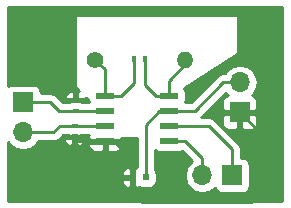
<source format=gbr>
G04 #@! TF.FileFunction,Copper,L1,Top,Signal*
%FSLAX46Y46*%
G04 Gerber Fmt 4.6, Leading zero omitted, Abs format (unit mm)*
G04 Created by KiCad (PCBNEW 4.0.6) date 11/05/17 19:48:39*
%MOMM*%
%LPD*%
G01*
G04 APERTURE LIST*
%ADD10C,0.100000*%
%ADD11R,0.600000X0.400000*%
%ADD12R,1.700000X1.700000*%
%ADD13O,1.700000X1.700000*%
%ADD14R,1.550000X0.600000*%
%ADD15C,1.400000*%
%ADD16O,1.400000X1.400000*%
%ADD17R,0.400000X0.600000*%
%ADD18R,0.600000X0.500000*%
%ADD19C,0.600000*%
%ADD20C,0.250000*%
%ADD21C,0.254000*%
G04 APERTURE END LIST*
D10*
D11*
X132430000Y-86240000D03*
X132430000Y-85340000D03*
X132510000Y-83190000D03*
X132510000Y-84090000D03*
D12*
X145770000Y-89540000D03*
D13*
X143230000Y-89540000D03*
D12*
X146420000Y-84200000D03*
D13*
X146420000Y-81660000D03*
D12*
X128080000Y-83350000D03*
D13*
X128080000Y-85890000D03*
D14*
X135010000Y-85355000D03*
X135010000Y-82815000D03*
X135010000Y-84085000D03*
X135010000Y-86625000D03*
X140410000Y-86625000D03*
X140410000Y-85355000D03*
X140410000Y-84085000D03*
X140410000Y-82815000D03*
D15*
X134200000Y-79740000D03*
D16*
X141820000Y-79740000D03*
D17*
X137490000Y-79660000D03*
X138390000Y-79660000D03*
D18*
X137340000Y-89710000D03*
X138440000Y-89710000D03*
D19*
X131420000Y-81300000D03*
D20*
X137340000Y-89710000D02*
X137340000Y-90960000D01*
X148670000Y-86450000D02*
X146420000Y-84200000D01*
X148670000Y-90440000D02*
X148670000Y-86450000D01*
X147360000Y-91750000D02*
X148670000Y-90440000D01*
X138130000Y-91750000D02*
X147360000Y-91750000D01*
X137340000Y-90960000D02*
X138130000Y-91750000D01*
X132510000Y-83190000D02*
X132510000Y-82390000D01*
X132510000Y-82390000D02*
X131420000Y-81300000D01*
X135010000Y-86625000D02*
X132815000Y-86625000D01*
X132815000Y-86625000D02*
X132430000Y-86240000D01*
X137340000Y-89710000D02*
X137340000Y-88200000D01*
X137340000Y-88200000D02*
X135765000Y-86625000D01*
X135765000Y-86625000D02*
X135010000Y-86625000D01*
X146420000Y-81660000D02*
X145020000Y-81660000D01*
X142595000Y-84085000D02*
X140410000Y-84085000D01*
X145020000Y-81660000D02*
X142595000Y-84085000D01*
X140410000Y-84085000D02*
X139615000Y-84085000D01*
X138440000Y-85260000D02*
X138440000Y-89710000D01*
X139615000Y-84085000D02*
X138440000Y-85260000D01*
X132510000Y-84090000D02*
X133020000Y-84090000D01*
X133020000Y-84090000D02*
X133015000Y-84085000D01*
X135010000Y-84085000D02*
X133015000Y-84085000D01*
X133015000Y-84085000D02*
X131125000Y-84085000D01*
X130390000Y-83350000D02*
X128080000Y-83350000D01*
X131125000Y-84085000D02*
X130390000Y-83350000D01*
X132430000Y-85340000D02*
X134995000Y-85340000D01*
X134995000Y-85340000D02*
X135010000Y-85355000D01*
X132430000Y-85340000D02*
X132180000Y-85340000D01*
X132180000Y-85340000D02*
X132165000Y-85355000D01*
X132165000Y-85355000D02*
X132430000Y-85340000D01*
X128080000Y-85890000D02*
X130620000Y-85890000D01*
X131155000Y-85355000D02*
X135010000Y-85355000D01*
X130620000Y-85890000D02*
X131155000Y-85355000D01*
X145770000Y-89540000D02*
X145770000Y-87330000D01*
X143795000Y-85355000D02*
X140410000Y-85355000D01*
X145770000Y-87330000D02*
X143795000Y-85355000D01*
X140410000Y-86625000D02*
X141795000Y-86625000D01*
X143230000Y-88060000D02*
X143230000Y-89540000D01*
X141795000Y-86625000D02*
X143230000Y-88060000D01*
X135010000Y-82815000D02*
X135010000Y-80550000D01*
X135010000Y-80550000D02*
X134200000Y-79740000D01*
X135010000Y-82815000D02*
X136375000Y-82815000D01*
X137490000Y-81700000D02*
X137490000Y-79660000D01*
X136375000Y-82815000D02*
X137490000Y-81700000D01*
X141820000Y-79740000D02*
X141820000Y-80140000D01*
X141820000Y-80140000D02*
X140410000Y-81550000D01*
X140410000Y-81550000D02*
X140410000Y-82815000D01*
X140410000Y-82815000D02*
X139315000Y-82815000D01*
X138390000Y-81890000D02*
X138390000Y-79660000D01*
X139315000Y-82815000D02*
X138390000Y-81890000D01*
D21*
G36*
X150030000Y-91740000D02*
X126830000Y-91740000D01*
X126830000Y-89993750D01*
X136405000Y-89993750D01*
X136405000Y-90086310D01*
X136501673Y-90319699D01*
X136680302Y-90498327D01*
X136913691Y-90595000D01*
X137054250Y-90595000D01*
X137213000Y-90436250D01*
X137213000Y-89835000D01*
X136563750Y-89835000D01*
X136405000Y-89993750D01*
X126830000Y-89993750D01*
X126830000Y-89333690D01*
X136405000Y-89333690D01*
X136405000Y-89426250D01*
X136563750Y-89585000D01*
X137213000Y-89585000D01*
X137213000Y-88983750D01*
X137054250Y-88825000D01*
X136913691Y-88825000D01*
X136680302Y-88921673D01*
X136501673Y-89100301D01*
X136405000Y-89333690D01*
X126830000Y-89333690D01*
X126830000Y-86684354D01*
X127000853Y-86940054D01*
X127482622Y-87261961D01*
X128050907Y-87375000D01*
X128109093Y-87375000D01*
X128677378Y-87261961D01*
X129159147Y-86940054D01*
X129352954Y-86650000D01*
X130620000Y-86650000D01*
X130910839Y-86592148D01*
X131050619Y-86498750D01*
X131495000Y-86498750D01*
X131495000Y-86566309D01*
X131591673Y-86799698D01*
X131770301Y-86978327D01*
X132003690Y-87075000D01*
X132144250Y-87075000D01*
X132303000Y-86916250D01*
X132303000Y-86340000D01*
X132557000Y-86340000D01*
X132557000Y-86916250D01*
X132715750Y-87075000D01*
X132856310Y-87075000D01*
X133089699Y-86978327D01*
X133157275Y-86910750D01*
X133600000Y-86910750D01*
X133600000Y-87051310D01*
X133696673Y-87284699D01*
X133875302Y-87463327D01*
X134108691Y-87560000D01*
X134724250Y-87560000D01*
X134883000Y-87401250D01*
X134883000Y-86752000D01*
X135137000Y-86752000D01*
X135137000Y-87401250D01*
X135295750Y-87560000D01*
X135911309Y-87560000D01*
X136144698Y-87463327D01*
X136323327Y-87284699D01*
X136420000Y-87051310D01*
X136420000Y-86910750D01*
X136261250Y-86752000D01*
X135137000Y-86752000D01*
X134883000Y-86752000D01*
X133758750Y-86752000D01*
X133600000Y-86910750D01*
X133157275Y-86910750D01*
X133268327Y-86799698D01*
X133365000Y-86566309D01*
X133365000Y-86498750D01*
X133206250Y-86340000D01*
X132557000Y-86340000D01*
X132303000Y-86340000D01*
X131653750Y-86340000D01*
X131495000Y-86498750D01*
X131050619Y-86498750D01*
X131157401Y-86427401D01*
X131469802Y-86115000D01*
X131628750Y-86115000D01*
X131653750Y-86140000D01*
X131895734Y-86140000D01*
X132130000Y-86187440D01*
X132730000Y-86187440D01*
X132965317Y-86143162D01*
X132970231Y-86140000D01*
X133206250Y-86140000D01*
X133231250Y-86115000D01*
X133634666Y-86115000D01*
X133600000Y-86198690D01*
X133600000Y-86339250D01*
X133758750Y-86498000D01*
X134883000Y-86498000D01*
X134883000Y-86478000D01*
X135137000Y-86478000D01*
X135137000Y-86498000D01*
X136261250Y-86498000D01*
X136406870Y-86352380D01*
X137680000Y-86365877D01*
X137680000Y-88825000D01*
X137625750Y-88825000D01*
X137467000Y-88983750D01*
X137467000Y-89585000D01*
X137487000Y-89585000D01*
X137487000Y-89835000D01*
X137467000Y-89835000D01*
X137467000Y-90436250D01*
X137625750Y-90595000D01*
X137766309Y-90595000D01*
X137877283Y-90549033D01*
X137888110Y-90556431D01*
X138140000Y-90607440D01*
X138740000Y-90607440D01*
X138975317Y-90563162D01*
X139191441Y-90424090D01*
X139336431Y-90211890D01*
X139387440Y-89960000D01*
X139387440Y-89460000D01*
X139343162Y-89224683D01*
X139204090Y-89008559D01*
X139200000Y-89005764D01*
X139200000Y-87396317D01*
X139383110Y-87521431D01*
X139635000Y-87572440D01*
X141185000Y-87572440D01*
X141420317Y-87528162D01*
X141543861Y-87448663D01*
X142405405Y-88310207D01*
X142179946Y-88460853D01*
X141858039Y-88942622D01*
X141745000Y-89510907D01*
X141745000Y-89569093D01*
X141858039Y-90137378D01*
X142179946Y-90619147D01*
X142661715Y-90941054D01*
X143230000Y-91054093D01*
X143798285Y-90941054D01*
X144280054Y-90619147D01*
X144307850Y-90577548D01*
X144316838Y-90625317D01*
X144455910Y-90841441D01*
X144668110Y-90986431D01*
X144920000Y-91037440D01*
X146620000Y-91037440D01*
X146855317Y-90993162D01*
X147071441Y-90854090D01*
X147216431Y-90641890D01*
X147267440Y-90390000D01*
X147267440Y-88690000D01*
X147223162Y-88454683D01*
X147084090Y-88238559D01*
X146871890Y-88093569D01*
X146620000Y-88042560D01*
X146530000Y-88042560D01*
X146530000Y-87330000D01*
X146472148Y-87039161D01*
X146307401Y-86792599D01*
X144332401Y-84817599D01*
X144085839Y-84652852D01*
X143795000Y-84595000D01*
X143159802Y-84595000D01*
X143269052Y-84485750D01*
X144935000Y-84485750D01*
X144935000Y-85176310D01*
X145031673Y-85409699D01*
X145210302Y-85588327D01*
X145443691Y-85685000D01*
X146134250Y-85685000D01*
X146293000Y-85526250D01*
X146293000Y-84327000D01*
X146547000Y-84327000D01*
X146547000Y-85526250D01*
X146705750Y-85685000D01*
X147396309Y-85685000D01*
X147629698Y-85588327D01*
X147808327Y-85409699D01*
X147905000Y-85176310D01*
X147905000Y-84485750D01*
X147746250Y-84327000D01*
X146547000Y-84327000D01*
X146293000Y-84327000D01*
X145093750Y-84327000D01*
X144935000Y-84485750D01*
X143269052Y-84485750D01*
X145222250Y-82532552D01*
X145340853Y-82710054D01*
X145384777Y-82739403D01*
X145210302Y-82811673D01*
X145031673Y-82990301D01*
X144935000Y-83223690D01*
X144935000Y-83914250D01*
X145093750Y-84073000D01*
X146293000Y-84073000D01*
X146293000Y-84053000D01*
X146547000Y-84053000D01*
X146547000Y-84073000D01*
X147746250Y-84073000D01*
X147905000Y-83914250D01*
X147905000Y-83223690D01*
X147808327Y-82990301D01*
X147629698Y-82811673D01*
X147455223Y-82739403D01*
X147499147Y-82710054D01*
X147821054Y-82228285D01*
X147934093Y-81660000D01*
X147821054Y-81091715D01*
X147499147Y-80609946D01*
X147017378Y-80288039D01*
X146449093Y-80175000D01*
X146390907Y-80175000D01*
X145822622Y-80288039D01*
X145340853Y-80609946D01*
X145147046Y-80900000D01*
X145020000Y-80900000D01*
X144729161Y-80957852D01*
X144482599Y-81122599D01*
X142280198Y-83325000D01*
X141789914Y-83325000D01*
X141832440Y-83115000D01*
X141832440Y-82515000D01*
X141788162Y-82279683D01*
X141717092Y-82169237D01*
X146219319Y-79236413D01*
X146266994Y-79179410D01*
X146277000Y-79130000D01*
X146277000Y-76080000D01*
X146268315Y-76033841D01*
X146241035Y-75991447D01*
X146199410Y-75963006D01*
X146150000Y-75953000D01*
X132600000Y-75953000D01*
X132553841Y-75961685D01*
X132511447Y-75988965D01*
X132483006Y-76030590D01*
X132473000Y-76080000D01*
X132473000Y-82030000D01*
X132482334Y-82077789D01*
X132510197Y-82119803D01*
X132770572Y-82380178D01*
X132637000Y-82513750D01*
X132637000Y-83090000D01*
X133286250Y-83090000D01*
X133383322Y-82992928D01*
X133410197Y-83019803D01*
X133450590Y-83046994D01*
X133500000Y-83057000D01*
X133587560Y-83057000D01*
X133587560Y-83115000D01*
X133627074Y-83325000D01*
X133321250Y-83325000D01*
X133286250Y-83290000D01*
X133044266Y-83290000D01*
X132810000Y-83242560D01*
X132210000Y-83242560D01*
X131974683Y-83286838D01*
X131969769Y-83290000D01*
X131733750Y-83290000D01*
X131698750Y-83325000D01*
X131439802Y-83325000D01*
X130978493Y-82863691D01*
X131575000Y-82863691D01*
X131575000Y-82931250D01*
X131733750Y-83090000D01*
X132383000Y-83090000D01*
X132383000Y-82513750D01*
X132224250Y-82355000D01*
X132083690Y-82355000D01*
X131850301Y-82451673D01*
X131671673Y-82630302D01*
X131575000Y-82863691D01*
X130978493Y-82863691D01*
X130927401Y-82812599D01*
X130680839Y-82647852D01*
X130390000Y-82590000D01*
X129577440Y-82590000D01*
X129577440Y-82500000D01*
X129533162Y-82264683D01*
X129394090Y-82048559D01*
X129181890Y-81903569D01*
X128930000Y-81852560D01*
X127230000Y-81852560D01*
X126994683Y-81896838D01*
X126830000Y-82002809D01*
X126830000Y-75250000D01*
X150030000Y-75250000D01*
X150030000Y-91740000D01*
X150030000Y-91740000D01*
G37*
X150030000Y-91740000D02*
X126830000Y-91740000D01*
X126830000Y-89993750D01*
X136405000Y-89993750D01*
X136405000Y-90086310D01*
X136501673Y-90319699D01*
X136680302Y-90498327D01*
X136913691Y-90595000D01*
X137054250Y-90595000D01*
X137213000Y-90436250D01*
X137213000Y-89835000D01*
X136563750Y-89835000D01*
X136405000Y-89993750D01*
X126830000Y-89993750D01*
X126830000Y-89333690D01*
X136405000Y-89333690D01*
X136405000Y-89426250D01*
X136563750Y-89585000D01*
X137213000Y-89585000D01*
X137213000Y-88983750D01*
X137054250Y-88825000D01*
X136913691Y-88825000D01*
X136680302Y-88921673D01*
X136501673Y-89100301D01*
X136405000Y-89333690D01*
X126830000Y-89333690D01*
X126830000Y-86684354D01*
X127000853Y-86940054D01*
X127482622Y-87261961D01*
X128050907Y-87375000D01*
X128109093Y-87375000D01*
X128677378Y-87261961D01*
X129159147Y-86940054D01*
X129352954Y-86650000D01*
X130620000Y-86650000D01*
X130910839Y-86592148D01*
X131050619Y-86498750D01*
X131495000Y-86498750D01*
X131495000Y-86566309D01*
X131591673Y-86799698D01*
X131770301Y-86978327D01*
X132003690Y-87075000D01*
X132144250Y-87075000D01*
X132303000Y-86916250D01*
X132303000Y-86340000D01*
X132557000Y-86340000D01*
X132557000Y-86916250D01*
X132715750Y-87075000D01*
X132856310Y-87075000D01*
X133089699Y-86978327D01*
X133157275Y-86910750D01*
X133600000Y-86910750D01*
X133600000Y-87051310D01*
X133696673Y-87284699D01*
X133875302Y-87463327D01*
X134108691Y-87560000D01*
X134724250Y-87560000D01*
X134883000Y-87401250D01*
X134883000Y-86752000D01*
X135137000Y-86752000D01*
X135137000Y-87401250D01*
X135295750Y-87560000D01*
X135911309Y-87560000D01*
X136144698Y-87463327D01*
X136323327Y-87284699D01*
X136420000Y-87051310D01*
X136420000Y-86910750D01*
X136261250Y-86752000D01*
X135137000Y-86752000D01*
X134883000Y-86752000D01*
X133758750Y-86752000D01*
X133600000Y-86910750D01*
X133157275Y-86910750D01*
X133268327Y-86799698D01*
X133365000Y-86566309D01*
X133365000Y-86498750D01*
X133206250Y-86340000D01*
X132557000Y-86340000D01*
X132303000Y-86340000D01*
X131653750Y-86340000D01*
X131495000Y-86498750D01*
X131050619Y-86498750D01*
X131157401Y-86427401D01*
X131469802Y-86115000D01*
X131628750Y-86115000D01*
X131653750Y-86140000D01*
X131895734Y-86140000D01*
X132130000Y-86187440D01*
X132730000Y-86187440D01*
X132965317Y-86143162D01*
X132970231Y-86140000D01*
X133206250Y-86140000D01*
X133231250Y-86115000D01*
X133634666Y-86115000D01*
X133600000Y-86198690D01*
X133600000Y-86339250D01*
X133758750Y-86498000D01*
X134883000Y-86498000D01*
X134883000Y-86478000D01*
X135137000Y-86478000D01*
X135137000Y-86498000D01*
X136261250Y-86498000D01*
X136406870Y-86352380D01*
X137680000Y-86365877D01*
X137680000Y-88825000D01*
X137625750Y-88825000D01*
X137467000Y-88983750D01*
X137467000Y-89585000D01*
X137487000Y-89585000D01*
X137487000Y-89835000D01*
X137467000Y-89835000D01*
X137467000Y-90436250D01*
X137625750Y-90595000D01*
X137766309Y-90595000D01*
X137877283Y-90549033D01*
X137888110Y-90556431D01*
X138140000Y-90607440D01*
X138740000Y-90607440D01*
X138975317Y-90563162D01*
X139191441Y-90424090D01*
X139336431Y-90211890D01*
X139387440Y-89960000D01*
X139387440Y-89460000D01*
X139343162Y-89224683D01*
X139204090Y-89008559D01*
X139200000Y-89005764D01*
X139200000Y-87396317D01*
X139383110Y-87521431D01*
X139635000Y-87572440D01*
X141185000Y-87572440D01*
X141420317Y-87528162D01*
X141543861Y-87448663D01*
X142405405Y-88310207D01*
X142179946Y-88460853D01*
X141858039Y-88942622D01*
X141745000Y-89510907D01*
X141745000Y-89569093D01*
X141858039Y-90137378D01*
X142179946Y-90619147D01*
X142661715Y-90941054D01*
X143230000Y-91054093D01*
X143798285Y-90941054D01*
X144280054Y-90619147D01*
X144307850Y-90577548D01*
X144316838Y-90625317D01*
X144455910Y-90841441D01*
X144668110Y-90986431D01*
X144920000Y-91037440D01*
X146620000Y-91037440D01*
X146855317Y-90993162D01*
X147071441Y-90854090D01*
X147216431Y-90641890D01*
X147267440Y-90390000D01*
X147267440Y-88690000D01*
X147223162Y-88454683D01*
X147084090Y-88238559D01*
X146871890Y-88093569D01*
X146620000Y-88042560D01*
X146530000Y-88042560D01*
X146530000Y-87330000D01*
X146472148Y-87039161D01*
X146307401Y-86792599D01*
X144332401Y-84817599D01*
X144085839Y-84652852D01*
X143795000Y-84595000D01*
X143159802Y-84595000D01*
X143269052Y-84485750D01*
X144935000Y-84485750D01*
X144935000Y-85176310D01*
X145031673Y-85409699D01*
X145210302Y-85588327D01*
X145443691Y-85685000D01*
X146134250Y-85685000D01*
X146293000Y-85526250D01*
X146293000Y-84327000D01*
X146547000Y-84327000D01*
X146547000Y-85526250D01*
X146705750Y-85685000D01*
X147396309Y-85685000D01*
X147629698Y-85588327D01*
X147808327Y-85409699D01*
X147905000Y-85176310D01*
X147905000Y-84485750D01*
X147746250Y-84327000D01*
X146547000Y-84327000D01*
X146293000Y-84327000D01*
X145093750Y-84327000D01*
X144935000Y-84485750D01*
X143269052Y-84485750D01*
X145222250Y-82532552D01*
X145340853Y-82710054D01*
X145384777Y-82739403D01*
X145210302Y-82811673D01*
X145031673Y-82990301D01*
X144935000Y-83223690D01*
X144935000Y-83914250D01*
X145093750Y-84073000D01*
X146293000Y-84073000D01*
X146293000Y-84053000D01*
X146547000Y-84053000D01*
X146547000Y-84073000D01*
X147746250Y-84073000D01*
X147905000Y-83914250D01*
X147905000Y-83223690D01*
X147808327Y-82990301D01*
X147629698Y-82811673D01*
X147455223Y-82739403D01*
X147499147Y-82710054D01*
X147821054Y-82228285D01*
X147934093Y-81660000D01*
X147821054Y-81091715D01*
X147499147Y-80609946D01*
X147017378Y-80288039D01*
X146449093Y-80175000D01*
X146390907Y-80175000D01*
X145822622Y-80288039D01*
X145340853Y-80609946D01*
X145147046Y-80900000D01*
X145020000Y-80900000D01*
X144729161Y-80957852D01*
X144482599Y-81122599D01*
X142280198Y-83325000D01*
X141789914Y-83325000D01*
X141832440Y-83115000D01*
X141832440Y-82515000D01*
X141788162Y-82279683D01*
X141717092Y-82169237D01*
X146219319Y-79236413D01*
X146266994Y-79179410D01*
X146277000Y-79130000D01*
X146277000Y-76080000D01*
X146268315Y-76033841D01*
X146241035Y-75991447D01*
X146199410Y-75963006D01*
X146150000Y-75953000D01*
X132600000Y-75953000D01*
X132553841Y-75961685D01*
X132511447Y-75988965D01*
X132483006Y-76030590D01*
X132473000Y-76080000D01*
X132473000Y-82030000D01*
X132482334Y-82077789D01*
X132510197Y-82119803D01*
X132770572Y-82380178D01*
X132637000Y-82513750D01*
X132637000Y-83090000D01*
X133286250Y-83090000D01*
X133383322Y-82992928D01*
X133410197Y-83019803D01*
X133450590Y-83046994D01*
X133500000Y-83057000D01*
X133587560Y-83057000D01*
X133587560Y-83115000D01*
X133627074Y-83325000D01*
X133321250Y-83325000D01*
X133286250Y-83290000D01*
X133044266Y-83290000D01*
X132810000Y-83242560D01*
X132210000Y-83242560D01*
X131974683Y-83286838D01*
X131969769Y-83290000D01*
X131733750Y-83290000D01*
X131698750Y-83325000D01*
X131439802Y-83325000D01*
X130978493Y-82863691D01*
X131575000Y-82863691D01*
X131575000Y-82931250D01*
X131733750Y-83090000D01*
X132383000Y-83090000D01*
X132383000Y-82513750D01*
X132224250Y-82355000D01*
X132083690Y-82355000D01*
X131850301Y-82451673D01*
X131671673Y-82630302D01*
X131575000Y-82863691D01*
X130978493Y-82863691D01*
X130927401Y-82812599D01*
X130680839Y-82647852D01*
X130390000Y-82590000D01*
X129577440Y-82590000D01*
X129577440Y-82500000D01*
X129533162Y-82264683D01*
X129394090Y-82048559D01*
X129181890Y-81903569D01*
X128930000Y-81852560D01*
X127230000Y-81852560D01*
X126994683Y-81896838D01*
X126830000Y-82002809D01*
X126830000Y-75250000D01*
X150030000Y-75250000D01*
X150030000Y-91740000D01*
M02*

</source>
